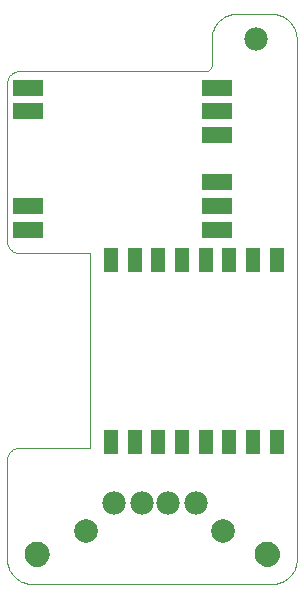
<source format=gbs>
G75*
%MOIN*%
%OFA0B0*%
%FSLAX24Y24*%
%IPPOS*%
%LPD*%
%AMOC8*
5,1,8,0,0,1.08239X$1,22.5*
%
%ADD10C,0.0000*%
%ADD11C,0.0827*%
%ADD12C,0.0780*%
%ADD13C,0.0788*%
%ADD14R,0.0512X0.0827*%
%ADD15R,0.1040X0.0540*%
D10*
X003031Y003256D02*
X003031Y006602D01*
X003033Y006641D01*
X003039Y006679D01*
X003048Y006716D01*
X003061Y006753D01*
X003078Y006788D01*
X003097Y006821D01*
X003120Y006852D01*
X003146Y006881D01*
X003175Y006907D01*
X003206Y006930D01*
X003239Y006949D01*
X003274Y006966D01*
X003311Y006979D01*
X003348Y006988D01*
X003386Y006994D01*
X003425Y006996D01*
X005787Y006996D01*
X005787Y013492D01*
X003425Y013492D01*
X003425Y013491D02*
X003386Y013493D01*
X003348Y013499D01*
X003311Y013508D01*
X003274Y013521D01*
X003239Y013538D01*
X003206Y013557D01*
X003175Y013580D01*
X003146Y013606D01*
X003120Y013635D01*
X003097Y013666D01*
X003078Y013699D01*
X003061Y013734D01*
X003048Y013771D01*
X003039Y013808D01*
X003033Y013846D01*
X003031Y013885D01*
X003031Y019161D01*
X003033Y019200D01*
X003039Y019238D01*
X003048Y019275D01*
X003061Y019312D01*
X003078Y019347D01*
X003097Y019380D01*
X003120Y019411D01*
X003146Y019440D01*
X003175Y019466D01*
X003206Y019489D01*
X003239Y019508D01*
X003274Y019525D01*
X003311Y019538D01*
X003348Y019547D01*
X003386Y019553D01*
X003425Y019555D01*
X009645Y019555D01*
X009671Y019557D01*
X009696Y019562D01*
X009720Y019570D01*
X009744Y019581D01*
X009765Y019596D01*
X009784Y019613D01*
X009801Y019632D01*
X009816Y019654D01*
X009827Y019677D01*
X009835Y019701D01*
X009840Y019726D01*
X009842Y019752D01*
X009842Y020578D01*
X010630Y021466D02*
X011889Y021466D01*
X011944Y021460D01*
X011998Y021452D01*
X012051Y021440D01*
X012104Y021424D01*
X012156Y021405D01*
X012206Y021383D01*
X012254Y021357D01*
X012301Y021328D01*
X012346Y021297D01*
X012389Y021262D01*
X012429Y021225D01*
X012467Y021185D01*
X012502Y021143D01*
X012534Y021098D01*
X012563Y021052D01*
X012589Y021003D01*
X012612Y020954D01*
X012632Y020902D01*
X012648Y020850D01*
X012661Y020796D01*
X012670Y020742D01*
X012676Y020688D01*
X012678Y020633D01*
X012677Y020578D01*
X012677Y003256D01*
X012676Y003256D02*
X012674Y003202D01*
X012669Y003149D01*
X012660Y003096D01*
X012647Y003044D01*
X012631Y002992D01*
X012611Y002942D01*
X012588Y002894D01*
X012561Y002847D01*
X012532Y002802D01*
X012499Y002759D01*
X012464Y002719D01*
X012426Y002681D01*
X012386Y002646D01*
X012343Y002613D01*
X012298Y002584D01*
X012251Y002557D01*
X012203Y002534D01*
X012153Y002514D01*
X012101Y002498D01*
X012049Y002485D01*
X011996Y002476D01*
X011943Y002471D01*
X011889Y002469D01*
X011889Y002468D02*
X003819Y002468D01*
X003819Y002469D02*
X003765Y002471D01*
X003712Y002476D01*
X003659Y002485D01*
X003607Y002498D01*
X003555Y002514D01*
X003505Y002534D01*
X003457Y002557D01*
X003410Y002584D01*
X003365Y002613D01*
X003322Y002646D01*
X003282Y002681D01*
X003244Y002719D01*
X003209Y002759D01*
X003176Y002802D01*
X003147Y002847D01*
X003120Y002894D01*
X003097Y002942D01*
X003077Y002992D01*
X003061Y003044D01*
X003048Y003096D01*
X003039Y003149D01*
X003034Y003202D01*
X003032Y003256D01*
X003621Y003452D02*
X003623Y003491D01*
X003629Y003530D01*
X003639Y003568D01*
X003652Y003605D01*
X003669Y003640D01*
X003689Y003674D01*
X003713Y003705D01*
X003740Y003734D01*
X003769Y003760D01*
X003801Y003783D01*
X003835Y003803D01*
X003871Y003819D01*
X003908Y003831D01*
X003947Y003840D01*
X003986Y003845D01*
X004025Y003846D01*
X004064Y003843D01*
X004103Y003836D01*
X004140Y003825D01*
X004177Y003811D01*
X004212Y003793D01*
X004245Y003772D01*
X004276Y003747D01*
X004304Y003720D01*
X004329Y003690D01*
X004351Y003657D01*
X004370Y003623D01*
X004385Y003587D01*
X004397Y003549D01*
X004405Y003511D01*
X004409Y003472D01*
X004409Y003432D01*
X004405Y003393D01*
X004397Y003355D01*
X004385Y003317D01*
X004370Y003281D01*
X004351Y003247D01*
X004329Y003214D01*
X004304Y003184D01*
X004276Y003157D01*
X004245Y003132D01*
X004212Y003111D01*
X004177Y003093D01*
X004140Y003079D01*
X004103Y003068D01*
X004064Y003061D01*
X004025Y003058D01*
X003986Y003059D01*
X003947Y003064D01*
X003908Y003073D01*
X003871Y003085D01*
X003835Y003101D01*
X003801Y003121D01*
X003769Y003144D01*
X003740Y003170D01*
X003713Y003199D01*
X003689Y003230D01*
X003669Y003264D01*
X003652Y003299D01*
X003639Y003336D01*
X003629Y003374D01*
X003623Y003413D01*
X003621Y003452D01*
X011299Y003452D02*
X011301Y003491D01*
X011307Y003530D01*
X011317Y003568D01*
X011330Y003605D01*
X011347Y003640D01*
X011367Y003674D01*
X011391Y003705D01*
X011418Y003734D01*
X011447Y003760D01*
X011479Y003783D01*
X011513Y003803D01*
X011549Y003819D01*
X011586Y003831D01*
X011625Y003840D01*
X011664Y003845D01*
X011703Y003846D01*
X011742Y003843D01*
X011781Y003836D01*
X011818Y003825D01*
X011855Y003811D01*
X011890Y003793D01*
X011923Y003772D01*
X011954Y003747D01*
X011982Y003720D01*
X012007Y003690D01*
X012029Y003657D01*
X012048Y003623D01*
X012063Y003587D01*
X012075Y003549D01*
X012083Y003511D01*
X012087Y003472D01*
X012087Y003432D01*
X012083Y003393D01*
X012075Y003355D01*
X012063Y003317D01*
X012048Y003281D01*
X012029Y003247D01*
X012007Y003214D01*
X011982Y003184D01*
X011954Y003157D01*
X011923Y003132D01*
X011890Y003111D01*
X011855Y003093D01*
X011818Y003079D01*
X011781Y003068D01*
X011742Y003061D01*
X011703Y003058D01*
X011664Y003059D01*
X011625Y003064D01*
X011586Y003073D01*
X011549Y003085D01*
X011513Y003101D01*
X011479Y003121D01*
X011447Y003144D01*
X011418Y003170D01*
X011391Y003199D01*
X011367Y003230D01*
X011347Y003264D01*
X011330Y003299D01*
X011317Y003336D01*
X011307Y003374D01*
X011301Y003413D01*
X011299Y003452D01*
X009842Y020578D02*
X009841Y020633D01*
X009843Y020688D01*
X009849Y020742D01*
X009858Y020796D01*
X009871Y020850D01*
X009887Y020902D01*
X009907Y020954D01*
X009930Y021003D01*
X009956Y021052D01*
X009985Y021098D01*
X010017Y021143D01*
X010052Y021185D01*
X010090Y021225D01*
X010130Y021262D01*
X010173Y021297D01*
X010218Y021328D01*
X010265Y021357D01*
X010313Y021383D01*
X010363Y021405D01*
X010415Y021424D01*
X010468Y021440D01*
X010521Y021452D01*
X010575Y021460D01*
X010630Y021466D01*
D11*
X011693Y003452D03*
X004015Y003452D03*
D12*
X006574Y005161D03*
X007509Y005161D03*
X008396Y005161D03*
X009330Y005161D03*
X011313Y020636D03*
D13*
X010236Y004216D03*
X005669Y004216D03*
D14*
X006496Y007185D03*
X007283Y007185D03*
X008071Y007185D03*
X008858Y007185D03*
X009645Y007185D03*
X010433Y007185D03*
X011220Y007185D03*
X012008Y007185D03*
X012008Y013248D03*
X011220Y013248D03*
X010433Y013248D03*
X009645Y013248D03*
X008858Y013248D03*
X008071Y013248D03*
X007283Y013248D03*
X006496Y013248D03*
D15*
X003723Y014275D03*
X003723Y015062D03*
X003723Y018212D03*
X003723Y018999D03*
X010022Y018999D03*
X010022Y018212D03*
X010022Y017424D03*
X010022Y015850D03*
X010022Y015062D03*
X010022Y014275D03*
M02*

</source>
